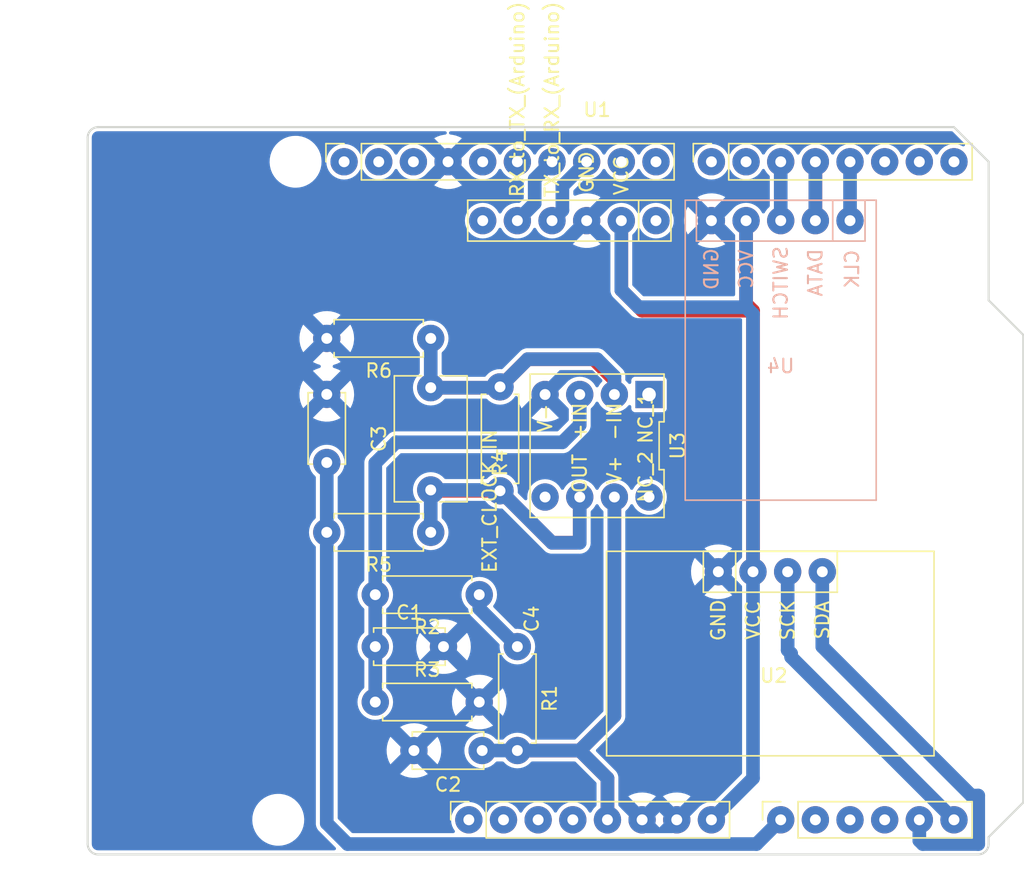
<source format=kicad_pcb>
(kicad_pcb (version 20211014) (generator pcbnew)
  (title_block (date "mar. 31 mars 2015"))
  (layers (0 "F.Cu" signal) (31 "B.Cu" signal) (34 "B.Paste" user) (35 "F.Paste" user) (36 "B.SilkS" user "B.Silkscreen") (37 "F.SilkS" user "F.Silkscreen") (38 "B.Mask" user) (39 "F.Mask" user) (44 "Edge.Cuts" user))
  (net 0 "")
  (net 1 "GND")
  (net 3 "+5V")
  (net 4 "/IOREF")
  (net 5 "Net-(R1-Pad1)")
  (net 6 "/A1")
  (net 7 "/A2")
  (net 8 "/A3")
  (net 9 "IN+")
  (net 10 "Net-(C3-Pad1)")
  (net 11 "/13")
  (net 12 "/12")
  (net 13 "/AREF")
  (net 14 "/8")
  (net 15 "/7")
  (net 16 "IN-")
  (net 17 "ADC")
  (net 18 "SCL")
  (net 19 "/2")
  (net 20 "/*6")
  (net 21 "SDA")
  (net 22 "/TX{slash}1")
  (net 23 "CLK")
  (net 24 "/RX{slash}0")
  (net 25 "+3V3")
  (net 26 "VCC")
  (net 27 "/~{RESET}")
  (net 28 "DATA")
  (net 29 "SWITCH")
  (net 31 "TX_RX")
  (net 32 "RX_TX")
  (footprint "Connector_PinSocket_2.54mm:PinSocket_1x08_P2.54mm_Vertical" (layer "F.Cu") (at 127.94 97.46 90)
    (fp_text reference "J1" hide)
    (fp_text value "Power")
    (fp_line (start 0 -1.33) (end 1.33 -1.33) (layer "F.SilkS") (width 0.12))
    (fp_line (start -1.33 1.27) (end 1.33 1.27) (layer "F.SilkS") (width 0.12))
    (fp_line (start -1.33 1.27) (end -1.33 19.11) (layer "F.SilkS") (width 0.12))
    (fp_line (start -1.33 19.11) (end 1.33 19.11) (layer "F.SilkS") (width 0.12))
    (fp_line (start 1.33 -1.33) (end 1.33 0) (layer "F.SilkS") (width 0.12))
    (fp_line (start 1.33 1.27) (end 1.33 19.11) (layer "F.SilkS") (width 0.12))
    (pad "1" thru_hole circle locked (at 0 0 90) (size 2 2) (drill 0.8) (layers *.Cu *.Mask))
    (pad "2" thru_hole circle locked (at 0 2.54 90) (size 2 2) (drill 0.8) (layers *.Cu *.Mask) (net 4 "/IOREF"))
    (pad "3" thru_hole circle locked (at 0 5.08 90) (size 2 2) (drill 0.8) (layers *.Cu *.Mask) (net 27 "/~{RESET}"))
    (pad "4" thru_hole circle locked (at 0 7.62 90) (size 2 2) (drill 0.8) (layers *.Cu *.Mask) (net 25 "+3V3"))
    (pad "5" thru_hole circle locked (at 0 10.16 90) (size 2 2) (drill 0.8) (layers *.Cu *.Mask) (net 3 "+5V"))
    (pad "6" thru_hole circle locked (at 0 12.7 90) (size 2 2) (drill 0.8) (layers *.Cu *.Mask) (net 1 "GND"))
    (pad "7" thru_hole circle locked (at 0 15.24 90) (size 2 2) (drill 0.8) (layers *.Cu *.Mask) (net 1 "GND"))
    (pad "8" thru_hole circle locked (at 0 17.78 90) (size 2 2) (drill 0.8) (layers *.Cu *.Mask) (net 26 "VCC"))
  )
  (footprint "Connector_PinSocket_2.54mm:PinSocket_1x06_P2.54mm_Vertical" (layer "F.Cu") (at 150.8 97.46 90)
    (fp_text reference "J3" hide)
    (fp_text value "Analog")
    (fp_line (start -1.33 1.27) (end -1.33 14.03) (layer "F.SilkS") (width 0.12))
    (fp_line (start 0 -1.33) (end 1.33 -1.33) (layer "F.SilkS") (width 0.12))
    (fp_line (start 1.33 1.27) (end 1.33 14.03) (layer "F.SilkS") (width 0.12))
    (fp_line (start 1.33 -1.33) (end 1.33 0) (layer "F.SilkS") (width 0.12))
    (fp_line (start -1.33 14.03) (end 1.33 14.03) (layer "F.SilkS") (width 0.12))
    (fp_line (start -1.33 1.27) (end 1.33 1.27) (layer "F.SilkS") (width 0.12))
    (pad "1" thru_hole circle locked (at 0 0 90) (size 2 2) (drill 0.8) (layers *.Cu *.Mask) (net 17 "ADC"))
    (pad "2" thru_hole circle locked (at 0 2.54 90) (size 2 2) (drill 0.8) (layers *.Cu *.Mask) (net 6 "/A1"))
    (pad "3" thru_hole circle locked (at 0 5.08 90) (size 2 2) (drill 0.8) (layers *.Cu *.Mask) (net 7 "/A2"))
    (pad "4" thru_hole circle locked (at 0 7.62 90) (size 2 2) (drill 0.8) (layers *.Cu *.Mask) (net 8 "/A3"))
    (pad "5" thru_hole circle locked (at 0 10.16 90) (size 2 2) (drill 0.8) (layers *.Cu *.Mask) (net 21 "SDA"))
    (pad "6" thru_hole circle locked (at 0 12.7 90) (size 2 2) (drill 0.8) (layers *.Cu *.Mask) (net 18 "SCL"))
  )
  (footprint "Connector_PinSocket_2.54mm:PinSocket_1x10_P2.54mm_Vertical" (layer "F.Cu") (at 118.796 49.2 90)
    (fp_text reference "J2" hide)
    (fp_text value "Digital/PWM")
    (fp_line (start -1.33 24.19) (end 1.33 24.19) (layer "F.SilkS") (width 0.12))
    (fp_line (start 1.33 -1.33) (end 1.33 0) (layer "F.SilkS") (width 0.12))
    (fp_line (start -1.33 1.27) (end 1.33 1.27) (layer "F.SilkS") (width 0.12))
    (fp_line (start 1.33 1.27) (end 1.33 24.19) (layer "F.SilkS") (width 0.12))
    (fp_line (start -1.33 1.27) (end -1.33 24.19) (layer "F.SilkS") (width 0.12))
    (fp_line (start 0 -1.33) (end 1.33 -1.33) (layer "F.SilkS") (width 0.12))
    (pad "1" thru_hole circle locked (at 0 0 90) (size 2 2) (drill 0.8) (layers *.Cu *.Mask) (net 18 "SCL"))
    (pad "2" thru_hole circle locked (at 0 2.54 90) (size 2 2) (drill 0.8) (layers *.Cu *.Mask) (net 21 "SDA"))
    (pad "3" thru_hole circle locked (at 0 5.08 90) (size 2 2) (drill 0.8) (layers *.Cu *.Mask) (net 13 "/AREF"))
    (pad "4" thru_hole circle locked (at 0 7.62 90) (size 2 2) (drill 0.8) (layers *.Cu *.Mask) (net 1 "GND"))
    (pad "5" thru_hole circle locked (at 0 10.16 90) (size 2 2) (drill 0.8) (layers *.Cu *.Mask) (net 11 "/13"))
    (pad "6" thru_hole circle locked (at 0 12.7 90) (size 2 2) (drill 0.8) (layers *.Cu *.Mask) (net 12 "/12"))
    (pad "7" thru_hole circle locked (at 0 15.24 90) (size 2 2) (drill 0.8) (layers *.Cu *.Mask) (net 32 "RX_TX"))
    (pad "8" thru_hole circle locked (at 0 17.78 90) (size 2 2) (drill 0.8) (layers *.Cu *.Mask) (net 31 "TX_RX"))
    (pad "9" thru_hole circle locked (at 0 20.32 90) (size 2 2) (drill 0.8) (layers *.Cu *.Mask) (net 15 "/7"))
    (pad "10" thru_hole circle locked (at 0 22.86 90) (size 2 2) (drill 0.8) (layers *.Cu *.Mask) (net 14 "/8"))
  )
  (footprint "Connector_PinSocket_2.54mm:PinSocket_1x08_P2.54mm_Vertical" (layer "F.Cu") (at 145.72 49.2 90)
    (fp_text reference "J4" hide)
    (fp_text value "Digital/PWM")
    (fp_line (start 1.33 -1.33) (end 1.33 0) (layer "F.SilkS") (width 0.12))
    (fp_line (start -1.33 1.27) (end -1.33 19.11) (layer "F.SilkS") (width 0.12))
    (fp_line (start -1.33 19.11) (end 1.33 19.11) (layer "F.SilkS") (width 0.12))
    (fp_line (start -1.33 1.27) (end 1.33 1.27) (layer "F.SilkS") (width 0.12))
    (fp_line (start 0 -1.33) (end 1.33 -1.33) (layer "F.SilkS") (width 0.12))
    (fp_line (start 1.33 1.27) (end 1.33 19.11) (layer "F.SilkS") (width 0.12))
    (pad "1" thru_hole circle locked (at 0 0 90) (size 2 2) (drill 0.8) (layers *.Cu *.Mask) (net 15 "/7"))
    (pad "2" thru_hole circle locked (at 0 2.54 90) (size 2 2) (drill 0.8) (layers *.Cu *.Mask) (net 20 "/*6"))
    (pad "3" thru_hole circle locked (at 0 5.08 90) (size 2 2) (drill 0.8) (layers *.Cu *.Mask) (net 29 "SWITCH"))
    (pad "4" thru_hole circle locked (at 0 7.62 90) (size 2 2) (drill 0.8) (layers *.Cu *.Mask) (net 28 "DATA"))
    (pad "5" thru_hole circle locked (at 0 10.16 90) (size 2 2) (drill 0.8) (layers *.Cu *.Mask) (net 23 "CLK"))
    (pad "6" thru_hole circle locked (at 0 12.7 90) (size 2 2) (drill 0.8) (layers *.Cu *.Mask) (net 19 "/2"))
    (pad "7" thru_hole circle locked (at 0 15.24 90) (size 2 2) (drill 0.8) (layers *.Cu *.Mask) (net 22 "/TX{slash}1"))
    (pad "8" thru_hole circle locked (at 0 17.78 90) (size 2 2) (drill 0.8) (layers *.Cu *.Mask) (net 24 "/RX{slash}0"))
  )
  (footprint "Capacitor_THT:C_Rect_L9.0mm_W5.1mm_P7.50mm_MKT" (layer "F.Cu") (at 125.146 73.27 90)
    (fp_text reference "C3" (at 3.75 -3.8 90) (layer "F.SilkS"))
    (fp_text value "1u")
    (fp_line (start 8.37 0.665) (end 8.37 2.67) (layer "F.SilkS") (width 0.12))
    (fp_line (start -0.87 -2.67) (end -0.87 -0.665) (layer "F.SilkS") (width 0.12))
    (fp_line (start -0.87 0.665) (end -0.87 2.67) (layer "F.SilkS") (width 0.12))
    (fp_line (start 8.37 -2.67) (end 8.37 -0.665) (layer "F.SilkS") (width 0.12))
    (fp_line (start -0.87 2.67) (end 8.37 2.67) (layer "F.SilkS") (width 0.12))
    (fp_line (start -0.87 -2.67) (end 8.37 -2.67) (layer "F.SilkS") (width 0.12))
    (pad "1" thru_hole circle (at 0 0 90) (size 2 2) (drill 0.8) (layers *.Cu *.Mask) (net 10 "Net-(C3-Pad1)"))
    (pad "2" thru_hole circle (at 7.5 0 90) (size 2 2) (drill 0.8) (layers *.Cu *.Mask) (net 16 "IN-"))
  )
  (footprint "Resistor_THT:R_Axial_DIN0207_L6.3mm_D2.5mm_P7.62mm_Horizontal" (layer "F.Cu") (at 125.146 62.154 180)
    (fp_text reference "R6" (at 3.81 -2.37) (layer "F.SilkS"))
    (fp_text value "1k")
    (fp_line (start 7.08 -1.37) (end 7.08 -1.04) (layer "F.SilkS") (width 0.12))
    (fp_line (start 0.54 1.37) (end 7.08 1.37) (layer "F.SilkS") (width 0.12))
    (fp_line (start 0.54 1.04) (end 0.54 1.37) (layer "F.SilkS") (width 0.12))
    (fp_line (start 7.08 1.37) (end 7.08 1.04) (layer "F.SilkS") (width 0.12))
    (fp_line (start 0.54 -1.37) (end 7.08 -1.37) (layer "F.SilkS") (width 0.12))
    (fp_line (start 0.54 -1.04) (end 0.54 -1.37) (layer "F.SilkS") (width 0.12))
    (pad "1" thru_hole circle (at 0 0 180) (size 2 2) (drill 0.8) (layers *.Cu *.Mask) (net 16 "IN-"))
    (pad "2" thru_hole circle (at 7.62 0 180) (size 2 2) (drill 0.8) (layers *.Cu *.Mask) (net 1 "GND"))
  )
  (footprint "Kicad_capteur:OLED" (layer "F.Cu") (at 150.038 79.268)
    (fp_text reference "U2" (at 0.254 7.62) (layer "F.SilkS"))
    (fp_text value "OLED")
    (fp_text user "GND" (at -3.81 3.556 90) (layer "F.SilkS"))
    (fp_text user "VCC" (at -1.27 3.556 90) (layer "F.SilkS"))
    (fp_text user "SDA" (at 3.81 3.556 90) (layer "F.SilkS"))
    (fp_text user "SCK" (at 1.27 3.556 90) (layer "F.SilkS"))
    (fp_line (start -12 -1.5) (end -12 13.5) (layer "F.SilkS") (width 0.12))
    (fp_line (start 12 -1.5) (end 12 13.5) (layer "F.SilkS") (width 0.12))
    (fp_line (start -4.91 1.5) (end -4.91 -1.5) (layer "F.SilkS") (width 0.12))
    (fp_line (start -2.54 -1.5) (end -2.54 1.5) (layer "F.SilkS") (width 0.12))
    (fp_line (start 4.91 1.5) (end -4.91 1.5) (layer "F.SilkS") (width 0.12))
    (fp_line (start 4.91 -1.5) (end 4.91 1.5) (layer "F.SilkS") (width 0.12))
    (fp_line (start -4.91 -1.5) (end 4.91 -1.5) (layer "F.SilkS") (width 0.12))
    (fp_line (start -12 13.5) (end 12 13.5) (layer "F.SilkS") (width 0.12))
    (fp_line (start -12 -1.5) (end 12 -1.5) (layer "F.SilkS") (width 0.12))
    (pad "1" thru_hole circle (at -3.81 0) (size 2 2) (drill 0.8) (layers *.Cu *.Mask) (net 1 "GND"))
    (pad "2" thru_hole circle (at -1.27 0) (size 2 2) (drill 0.8) (layers *.Cu *.Mask) (net 26 "VCC"))
    (pad "3" thru_hole circle (at 1.27 0) (size 2 2) (drill 0.8) (layers *.Cu *.Mask) (net 18 "SCL"))
    (pad "4" thru_hole circle (at 3.81 0) (size 2 2) (drill 0.8) (layers *.Cu *.Mask) (net 21 "SDA"))
  )
  (footprint "Resistor_THT:R_Axial_DIN0207_L6.3mm_D2.5mm_P7.62mm_Horizontal" (layer "F.Cu") (at 128.702 80.95 180)
    (fp_text reference "R2" (at 3.81 -2.37) (layer "F.SilkS"))
    (fp_text value "10k")
    (fp_line (start 0.54 -1.04) (end 0.54 -1.37) (layer "F.SilkS") (width 0.12))
    (fp_line (start 0.54 1.04) (end 0.54 1.37) (layer "F.SilkS") (width 0.12))
    (fp_line (start 7.08 1.37) (end 7.08 1.04) (layer "F.SilkS") (width 0.12))
    (fp_line (start 0.54 -1.37) (end 7.08 -1.37) (layer "F.SilkS") (width 0.12))
    (fp_line (start 7.08 -1.37) (end 7.08 -1.04) (layer "F.SilkS") (width 0.12))
    (fp_line (start 0.54 1.37) (end 7.08 1.37) (layer "F.SilkS") (width 0.12))
    (pad "1" thru_hole circle (at 0 0 180) (size 2 2) (drill 0.8) (layers *.Cu *.Mask) (net 5 "Net-(R1-Pad1)"))
    (pad "2" thru_hole circle (at 7.62 0 180) (size 2 2) (drill 0.8) (layers *.Cu *.Mask) (net 9 "IN+"))
  )
  (footprint "Resistor_THT:R_Axial_DIN0207_L6.3mm_D2.5mm_P7.62mm_Horizontal" (layer "F.Cu") (at 121.082 88.824)
    (fp_text reference "R3" (at 3.81 -2.37) (layer "F.SilkS"))
    (fp_text value "100k")
    (fp_line (start 0.54 -1.37) (end 7.08 -1.37) (layer "F.SilkS") (width 0.12))
    (fp_line (start 0.54 -1.04) (end 0.54 -1.37) (layer "F.SilkS") (width 0.12))
    (fp_line (start 0.54 1.04) (end 0.54 1.37) (layer "F.SilkS") (width 0.12))
    (fp_line (start 7.08 1.37) (end 7.08 1.04) (layer "F.SilkS") (width 0.12))
    (fp_line (start 7.08 -1.37) (end 7.08 -1.04) (layer "F.SilkS") (width 0.12))
    (fp_line (start 0.54 1.37) (end 7.08 1.37) (layer "F.SilkS") (width 0.12))
    (pad "1" thru_hole circle (at 0 0) (size 2 2) (drill 0.8) (layers *.Cu *.Mask) (net 9 "IN+"))
    (pad "2" thru_hole circle (at 7.62 0) (size 2 2) (drill 0.8) (layers *.Cu *.Mask) (net 1 "GND"))
  )
  (footprint "Arduino_MountingHole:MountingHole_3.2mm" (layer "F.Cu") (at 115.24 49.2)
    (fp_text reference "MH1" hide)
    (fp_text value "MountingHole_3.2mm" hide)
    (pad "" np_thru_hole circle locked (at 0 0) (size 3.2 3.2) (drill 3.2) (layers *.Cu *.Mask))
  )
  (footprint "Kicad_capteur:BLUETOOTH_HC05" (layer "F.Cu") (at 135.306 53.518 180)
    (fp_text reference "U1" (at -2.032 8.128) (layer "F.SilkS"))
    (fp_text value "Bluetooth")
    (fp_text user "VCC" (at -3.81 3.302 90) (layer "F.SilkS"))
    (fp_text user "GND" (at -1.27 3.556 90) (layer "F.SilkS"))
    (fp_text user "RX_to_TX_(Arduino)" (at 3.81 8.89 90) (layer "F.SilkS"))
    (fp_text user "TX_to_RX_(Arduino)" (at 1.27 8.89 90) (layer "F.SilkS"))
    (fp_line (start -7.45 1.5) (end -7.45 -1.5) (layer "F.SilkS") (width 0.12))
    (fp_line (start -5.08 -1.5) (end -5.08 1.5) (layer "F.SilkS") (width 0.12))
    (fp_line (start -7.45 -1.5) (end 7.45 -1.5) (layer "F.SilkS") (width 0.12))
    (fp_line (start 7.45 1.5) (end -7.45 1.5) (layer "F.SilkS") (width 0.12))
    (fp_line (start 7.45 -1.5) (end 7.45 1.5) (layer "F.SilkS") (width 0.12))
    (pad "1" thru_hole circle (at -6.35 0 180) (size 2 2) (drill 0.8) (layers *.Cu *.Mask))
    (pad "2" thru_hole circle (at -3.81 0 180) (size 2 2) (drill 0.8) (layers *.Cu *.Mask) (net 26 "VCC"))
    (pad "3" thru_hole circle (at -1.27 0 180) (size 2 2) (drill 0.8) (layers *.Cu *.Mask) (net 1 "GND"))
    (pad "4" thru_hole circle (at 1.27 0 180) (size 2 2) (drill 0.8) (layers *.Cu *.Mask) (net 31 "TX_RX"))
    (pad "5" thru_hole circle (at 3.81 0 180) (size 2 2) (drill 0.8) (layers *.Cu *.Mask) (net 32 "RX_TX"))
    (pad "6" thru_hole circle (at 6.35 0 180) (size 2 2) (drill 0.8) (layers *.Cu *.Mask))
  )
  (footprint "Capacitor_THT:C_Disc_D5.0mm_W2.5mm_P5.00mm" (layer "F.Cu") (at 117.526 71.258 90)
    (fp_text reference "C4" (at -11.47 15.026 90) (layer "F.SilkS"))
    (fp_text value "100n")
    (fp_line (start -0.12 -1.37) (end -0.12 -1.055) (layer "F.SilkS") (width 0.12))
    (fp_line (start 5.12 1.055) (end 5.12 1.37) (layer "F.SilkS") (width 0.12))
    (fp_line (start -0.12 1.37) (end 5.12 1.37) (layer "F.SilkS") (width 0.12))
    (fp_line (start -0.12 1.055) (end -0.12 1.37) (layer "F.SilkS") (width 0.12))
    (fp_line (start 5.12 -1.37) (end 5.12 -1.055) (layer "F.SilkS") (width 0.12))
    (fp_line (start -0.12 -1.37) (end 5.12 -1.37) (layer "F.SilkS") (width 0.12))
    (pad "1" thru_hole circle (at 0 0 90) (size 2 2) (drill 0.8) (layers *.Cu *.Mask) (net 17 "ADC"))
    (pad "2" thru_hole circle (at 5 0 90) (size 2 2) (drill 0.8) (layers *.Cu *.Mask) (net 1 "GND"))
  )
  (footprint "Resistor_THT:R_Axial_DIN0207_L6.3mm_D2.5mm_P7.62mm_Horizontal" (layer "F.Cu") (at 125.146 76.378 180)
    (fp_text reference "R5" (at 3.81 -2.37) (layer "F.SilkS"))
    (fp_text value "1k")
    (fp_line (start 0.54 -1.37) (end 7.08 -1.37) (layer "F.SilkS") (width 0.12))
    (fp_line (start 0.54 -1.04) (end 0.54 -1.37) (layer "F.SilkS") (width 0.12))
    (fp_line (start 0.54 1.37) (end 7.08 1.37) (layer "F.SilkS") (width 0.12))
    (fp_line (start 7.08 1.37) (end 7.08 1.04) (layer "F.SilkS") (width 0.12))
    (fp_line (start 0.54 1.04) (end 0.54 1.37) (layer "F.SilkS") (width 0.12))
    (fp_line (start 7.08 -1.37) (end 7.08 -1.04) (layer "F.SilkS") (width 0.12))
    (pad "1" thru_hole circle (at 0 0 180) (size 2 2) (drill 0.8) (layers *.Cu *.Mask) (net 10 "Net-(C3-Pad1)"))
    (pad "2" thru_hole circle (at 7.62 0 180) (size 2 2) (drill 0.8) (layers *.Cu *.Mask) (net 17 "ADC"))
  )
  (footprint "Resistor_THT:R_Axial_DIN0207_L6.3mm_D2.5mm_P7.62mm_Horizontal" (layer "F.Cu") (at 131.496 84.76 -90)
    (fp_text reference "R1" (at 3.81 -2.37 90) (layer "F.SilkS"))
    (fp_text value "10k")
    (fp_line (start 7.08 -1.37) (end 7.08 -1.04) (layer "F.SilkS") (width 0.12))
    (fp_line (start 0.54 1.04) (end 0.54 1.37) (layer "F.SilkS") (width 0.12))
    (fp_line (start 0.54 -1.04) (end 0.54 -1.37) (layer "F.SilkS") (width 0.12))
    (fp_line (start 0.54 1.37) (end 7.08 1.37) (layer "F.SilkS") (width 0.12))
    (fp_line (start 7.08 1.37) (end 7.08 1.04) (layer "F.SilkS") (width 0.12))
    (fp_line (start 0.54 -1.37) (end 7.08 -1.37) (layer "F.SilkS") (width 0.12))
    (pad "1" thru_hole circle (at 0 0 270) (size 2 2) (drill 0.8) (layers *.Cu *.Mask) (net 5 "Net-(R1-Pad1)"))
    (pad "2" thru_hole circle (at 7.62 0 270) (size 2 2) (drill 0.8) (layers *.Cu *.Mask) (net 3 "+5V"))
  )
  (footprint "Kicad_capteur:LTC1050" (layer "F.Cu") (at 137.338 70.028 180)
    (fp_text reference "U3" (at -5.91 0 90) (layer "F.SilkS"))
    (fp_text value "LTC1050")
    (fp_text user "V+" (at -1.27 -1.778 90) (layer "F.SilkS"))
    (fp_text user "EXT_CLOCK_IN" (at 7.874 -4.064 90) (layer "F.SilkS"))
    (fp_text user "V-" (at 3.81 2.032 90) (layer "F.SilkS"))
    (fp_text user "NC_2" (at -3.556 -2.286 90) (layer "F.SilkS"))
    (fp_text user "+IN" (at 1.27 1.778 90) (layer "F.SilkS"))
    (fp_text user "-IN" (at -1.27 1.778 90) (layer "F.SilkS"))
    (fp_text user "NC_1" (at -3.556 2.032 90) (layer "F.SilkS"))
    (fp_text user "OUT" (at 1.27 -2.032 90) (layer "F.SilkS"))
    (fp_line (start -4.55 1.753333) (end -4.91 1.753333) (layer "F.SilkS") (width 0.12))
    (fp_line (start -4.55 -1.753333) (end -4.55 1.753333) (layer "F.SilkS") (width 0.12))
    (fp_line (start -4.91 1.753333) (end -4.91 5.26) (layer "F.SilkS") (width 0.12))
    (fp_line (start 4.91 -5.26) (end -4.91 -5.26) (layer "F.SilkS") (width 0.12))
    (fp_line (start -4.91 5.26) (end 4.91 5.26) (layer "F.SilkS") (width 0.12))
    (fp_line (start -4.91 -1.753333) (end -4.55 -1.753333) (layer "F.SilkS") (width 0.12))
    (fp_line (start -4.91 -5.26) (end -4.91 -1.753333) (layer "F.SilkS") (width 0.12))
    (fp_line (start 4.91 5.26) (end 4.91 -5.26) (layer "F.SilkS") (width 0.12))
    (pad "1" thru_hole rect (at -3.81 3.76 180) (size 2 2) (drill 1) (layers *.Cu *.Mask))
    (pad "2" thru_hole circle (at -1.27 3.76 180) (size 2 2) (drill 0.8) (layers *.Cu *.Mask) (net 16 "IN-"))
    (pad "3" thru_hole circle (at 1.27 3.76 180) (size 2 2) (drill 0.8) (layers *.Cu *.Mask) (net 9 "IN+"))
    (pad "4" thru_hole circle (at 3.81 3.76 180) (size 2 2) (drill 0.8) (layers *.Cu *.Mask) (net 1 "GND"))
    (pad "5" thru_hole circle (at 3.81 -3.76 180) (size 2 2) (drill 0.8) (layers *.Cu *.Mask))
    (pad "6" thru_hole circle (at 1.27 -3.76 180) (size 2 2) (drill 0.8) (layers *.Cu *.Mask) (net 10 "Net-(C3-Pad1)"))
    (pad "7" thru_hole circle (at -1.27 -3.76 180) (size 2 2) (drill 0.8) (layers *.Cu *.Mask) (net 3 "+5V"))
    (pad "8" thru_hole circle (at -3.81 -3.76 180) (size 2 2) (drill 0.8) (layers *.Cu *.Mask))
  )
  (footprint "Capacitor_THT:C_Disc_D5.0mm_W2.5mm_P5.00mm" (layer "F.Cu") (at 128.916 92.38 180)
    (fp_text reference "C2" (at 2.5 -2.5) (layer "F.SilkS"))
    (fp_text value "100n")
    (fp_line (start -0.12 -1.37) (end 5.12 -1.37) (layer "F.SilkS") (width 0.12))
    (fp_line (start -0.12 1.37) (end 5.12 1.37) (layer "F.SilkS") (width 0.12))
    (fp_line (start -0.12 1.055) (end -0.12 1.37) (layer "F.SilkS") (width 0.12))
    (fp_line (start -0.12 -1.37) (end -0.12 -1.055) (layer "F.SilkS") (width 0.12))
    (fp_line (start 5.12 1.055) (end 5.12 1.37) (layer "F.SilkS") (width 0.12))
    (fp_line (start 5.12 -1.37) (end 5.12 -1.055) (layer "F.SilkS") (width 0.12))
    (pad "1" thru_hole circle (at 0 0 180) (size 2 2) (drill 0.8) (layers *.Cu *.Mask) (net 3 "+5V"))
    (pad "2" thru_hole circle (at 5 0 180) (size 2 2) (drill 0.8) (layers *.Cu *.Mask) (net 1 "GND"))
  )
  (footprint "Capacitor_THT:C_Disc_D5.0mm_W2.5mm_P5.00mm" (layer "F.Cu") (at 121.082 84.76)
    (fp_text reference "C1" (at 2.5 -2.5) (layer "F.SilkS"))
    (fp_text value "100n")
    (fp_line (start -0.12 -1.37) (end -0.12 -1.055) (layer "F.SilkS") (width 0.12))
    (fp_line (start -0.12 1.055) (end -0.12 1.37) (layer "F.SilkS") (width 0.12))
    (fp_line (start 5.12 1.055) (end 5.12 1.37) (layer "F.SilkS") (width 0.12))
    (fp_line (start 5.12 -1.37) (end 5.12 -1.055) (layer "F.SilkS") (width 0.12))
    (fp_line (start -0.12 1.37) (end 5.12 1.37) (layer "F.SilkS") (width 0.12))
    (fp_line (start -0.12 -1.37) (end 5.12 -1.37) (layer "F.SilkS") (width 0.12))
    (pad "1" thru_hole circle (at 0 0) (size 2 2) (drill 0.8) (layers *.Cu *.Mask) (net 9 "IN+"))
    (pad "2" thru_hole circle (at 5 0) (size 2 2) (drill 0.8) (layers *.Cu *.Mask) (net 1 "GND"))
  )
  (footprint "Arduino_MountingHole:MountingHole_3.2mm" (layer "F.Cu") (at 113.97 97.46)
    (fp_text reference "MH2" hide)
    (fp_text value "MountingHole_3.2mm" hide)
    (pad "" np_thru_hole circle locked (at 0 0) (size 3.2 3.2) (drill 3.2) (layers *.Cu *.Mask))
  )
  (footprint "Arduino_MountingHole:MountingHole_3.2mm" (layer "F.Cu") (at 166.04 64.44)
    (fp_text reference "MH3" hide)
    (fp_text value "MountingHole_3.2mm" hide)
    (pad "" np_thru_hole circle locked (at 0 0) (size 3.2 3.2) (drill 3.2) (layers *.Cu *.Mask))
  )
  (footprint "Arduino_MountingHole:MountingHole_3.2mm" (layer "F.Cu") (at 166.04 92.38)
    (fp_text reference "MH4" hide)
    (fp_text value "MountingHole_3.2mm" hide)
    (pad "" np_thru_hole circle locked (at 0 0) (size 3.2 3.2) (drill 3.2) (layers *.Cu *.Mask))
  )
  (footprint "Resistor_THT:R_Axial_DIN0207_L6.3mm_D2.5mm_P7.62mm_Horizontal" (layer "F.Cu") (at 130.226 73.33 90)
    (fp_text reference "R4" (at 2.032 0 90) (layer "F.SilkS"))
    (fp_text value "100k")
    (fp_line (start 0.54 1.37) (end 7.08 1.37) (layer "F.SilkS") (width 0.12))
    (fp_line (start 0.54 1.04) (end 0.54 1.37) (layer "F.SilkS") (width 0.12))
    (fp_line (start 0.54 -1.04) (end 0.54 -1.37) (layer "F.SilkS") (width 0.12))
    (fp_line (start 7.08 -1.37) (end 7.08 -1.04) (layer "F.SilkS") (width 0.12))
    (fp_line (start 0.54 -1.37) (end 7.08 -1.37) (layer "F.SilkS") (width 0.12))
    (fp_line (start 7.08 1.37) (end 7.08 1.04) (layer "F.SilkS") (width 0.12))
    (pad "1" thru_hole circle (at 0 0 90) (size 2 2) (drill 0.8) (layers *.Cu *.Mask) (net 10 "Net-(C3-Pad1)"))
    (pad "2" thru_hole circle (at 7.62 0 90) (size 2 2) (drill 0.8) (layers *.Cu *.Mask) (net 16 "IN-"))
  )
  (footprint "Kicad_capteur:KY_040" (layer "B.Cu") (at 150.8 53.518 180)
    (fp_text reference "U4" (at 0 -10.668) (layer "B.SilkS") (effects (justify mirror)))
    (fp_text value "Encodeur_rotatoire")
    (fp_text user "SWITCH" (at 0 -4.572 90) (layer "B.SilkS") (effects (justify mirror)))
    (fp_text user "GND" (at 5.08 -3.556 90) (layer "B.SilkS") (effects (justify mirror)))
    (fp_text user "DATA" (at -2.54 -3.81 90) (layer "B.SilkS") (effects (justify mirror)))
    (fp_text user "CLK" (at -5.225051 -3.556 90) (layer "B.SilkS") (effects (justify mirror)))
    (fp_text user "VCC" (at 2.54 -3.556 90) (layer "B.SilkS") (effects (justify mirror)))
    (fp_line (start -6.18 1.5) (end 6.18 1.5) (layer "B.SilkS") (width 0.12))
    (fp_line (start -6.18 -1.5) (end -6.18 1.5) (layer "B.SilkS") (width 0.12))
    (fp_line (start -7 1.5) (end 7 1.5) (layer "B.SilkS") (width 0.12))
    (fp_line (start 6.18 1.5) (end 6.18 -1.5) (layer "B.SilkS") (width 0.12))
    (fp_line (start 6.18 -1.5) (end -6.18 -1.5) (layer "B.SilkS") (width 0.12))
    (fp_line (start -3.81 1.5) (end -3.81 -1.5) (layer "B.SilkS") (width 0.12))
    (fp_line (start -7 -20.5) (end 7 -20.5) (layer "B.SilkS") (width 0.12))
    (fp_line (start -7 1.5) (end -7 -20.5) (layer "B.SilkS") (width 0.12))
    (fp_line (start 7 1.5) (end 7 -20.5) (layer "B.SilkS") (width 0.12))
    (pad "1" thru_hole circle (at -5.08 0 180) (size 2 2) (drill 0.8) (layers *.Cu *.Mask) (net 23 "CLK"))
    (pad "2" thru_hole circle (at -2.54 0 180) (size 2 2) (drill 0.8) (layers *.Cu *.Mask) (net 28 "DATA"))
    (pad "3" thru_hole circle (at 0 0 180) (size 2 2) (drill 0.8) (layers *.Cu *.Mask) (net 29 "SWITCH"))
    (pad "4" thru_hole circle (at 2.54 0 180) (size 2 2) (drill 0.8) (layers *.Cu *.Mask) (net 26 "VCC"))
    (pad "5" thru_hole circle (at 5.08 0 180) (size 2 2) (drill 0.8) (layers *.Cu *.Mask) (net 1 "GND"))
  )
  (gr_line (start 166.04 59.36) (end 168.58 61.9) (layer "Edge.Cuts") (width 0.15))
  (gr_line (start 100 99.238) (end 100 47.422) (layer "Edge.Cuts") (width 0.15))
  (gr_line (start 168.58 61.9) (end 168.58 96.19) (layer "Edge.Cuts") (width 0.15))
  (gr_line (start 165.278 100) (end 100.762 100) (layer "Edge.Cuts") (width 0.15))
  (gr_line (start 100.762 46.66) (end 163.5 46.66) (layer "Edge.Cuts") (width 0.15))
  (gr_arc (start 100.762 100) (mid 100.223185 99.776815) (end 100 99.238) (layer "Edge.Cuts") (width 0.15))
  (gr_line (start 168.58 96.19) (end 166.04 98.73) (layer "Edge.Cuts") (width 0.15))
  (gr_line (start 163.5 46.66) (end 166.04 49.2) (layer "Edge.Cuts") (width 0.15))
  (gr_arc (start 166.04 99.238) (mid 165.816815 99.776815) (end 165.278 100) (layer "Edge.Cuts") (width 0.15))
  (gr_line (start 166.04 49.2) (end 166.04 59.36) (layer "Edge.Cuts") (width 0.15))
  (gr_line (start 166.04 98.73) (end 166.04 99.238) (layer "Edge.Cuts") (width 0.15))
  (gr_arc (start 100 47.422) (mid 100.223185 46.883185) (end 100.762 46.66) (layer "Edge.Cuts") (width 0.15))
  (segment (start 138.608 89.84) (end 136.068 92.38) (width 1) (layer "F.Cu") (net 3))
  (segment (start 138.608 73.788) (end 138.608 89.84) (width 1) (layer "F.Cu") (net 3))
  (segment (start 138.1 94.412) (end 138.1 97.46) (width 1) (layer "F.Cu") (net 3))
  (segment (start 131.496 92.38) (end 136.068 92.38) (width 1) (layer "F.Cu") (net 3))
  (segment (start 136.068 92.38) (end 138.1 94.412) (width 1) (layer "F.Cu") (net 3))
  (segment (start 138.1 94.412) (end 138.1 97.46) (width 1) (layer "B.Cu") (net 3))
  (segment (start 128.916 92.38) (end 131.496 92.38) (width 1) (layer "B.Cu") (net 3))
  (segment (start 138.608 73.788) (end 138.608 89.84) (width 1) (layer "B.Cu") (net 3))
  (segment (start 138.608 89.84) (end 136.068 92.38) (width 1) (layer "B.Cu") (net 3))
  (segment (start 136.068 92.38) (end 138.1 94.412) (width 1) (layer "B.Cu") (net 3))
  (segment (start 136.068 92.38) (end 131.496 92.38) (width 1) (layer "B.Cu") (net 3))
  (segment (start 128.702 80.95) (end 128.702 81.966) (width 1) (layer "B.Cu") (net 5))
  (segment (start 128.702 81.966) (end 131.496 84.76) (width 1) (layer "B.Cu") (net 5))
  (segment (start 121.082 88.824) (end 121.082 80.95) (width 1) (layer "F.Cu") (net 9))
  (segment (start 136.068 66.98) (end 136.068 65.76) (width 0.4) (layer "F.Cu") (net 9))
  (segment (start 121.082 84.76) (end 121.082 88.824) (width 1) (layer "B.Cu") (net 9))
  (segment (start 136.068 66.268) (end 136.068 68.504) (width 1) (layer "B.Cu") (net 9))
  (segment (start 134.798 69.774) (end 122.606 69.774) (width 1) (layer "B.Cu") (net 9))
  (segment (start 121.082 80.95) (end 121.082 84.76) (width 1) (layer "B.Cu") (net 9))
  (segment (start 136.068 68.504) (end 134.798 69.774) (width 1) (layer "B.Cu") (net 9))
  (segment (start 122.606 69.774) (end 121.082 71.298) (width 1) (layer "B.Cu") (net 9))
  (segment (start 121.082 71.298) (end 121.082 80.95) (width 1) (layer "B.Cu") (net 9))
  (segment (start 134.036 77.14) (end 135.814 77.14) (width 1) (layer "F.Cu") (net 10))
  (segment (start 135.814 77.14) (end 136.068 76.886) (width 0.4) (layer "F.Cu") (net 10))
  (segment (start 130.226 73.33) (end 134.036 77.14) (width 1) (layer "F.Cu") (net 10))
  (segment (start 136.068 76.886) (end 136.068 73.28) (width 1) (layer "F.Cu") (net 10))
  (segment (start 130.226 73.33) (end 125.206 73.33) (width 1) (layer "F.Cu") (net 10))
  (segment (start 125.206 73.33) (end 125.146 73.27) (width 0.4) (layer "F.Cu") (net 10))
  (segment (start 130.226 73.33) (end 134.036 77.14) (width 1) (layer "B.Cu") (net 10))
  (segment (start 130.166 73.27) (end 130.226 73.33) (width 0.4) (layer "B.Cu") (net 10))
  (segment (start 125.146 76.378) (end 125.146 73.27) (width 1) (layer "B.Cu") (net 10))
  (segment (start 125.146 73.27) (end 130.166 73.27) (width 1) (layer "B.Cu") (net 10))
  (segment (start 136.068 77.14) (end 136.068 73.788) (width 1) (layer "B.Cu") (net 10))
  (segment (start 134.036 77.14) (end 136.068 77.14) (width 1) (layer "B.Cu") (net 10))
  (segment (start 125.146 65.77) (end 130.166 65.77) (width 1) (layer "F.Cu") (net 16))
  (segment (start 130.166 65.77) (end 130.226 65.71) (width 0.4) (layer "F.Cu") (net 16))
  (segment (start 137.084 63.678) (end 138.608 65.202) (width 1) (layer "F.Cu") (net 16))
  (segment (start 130.226 65.71) (end 132.258 63.678) (width 1) (layer "F.Cu") (net 16))
  (segment (start 132.258 63.678) (end 137.084 63.678) (width 1) (layer "F.Cu") (net 16))
  (segment (start 138.608 65.202) (end 138.608 65.76) (width 1) (layer "F.Cu") (net 16))
  (segment (start 130.226 65.71) (end 132.258 63.678) (width 1) (layer "B.Cu") (net 16))
  (segment (start 130.166 65.77) (end 130.226 65.71) (width 1) (layer "B.Cu") (net 16))
  (segment (start 138.608 64.948) (end 138.608 66.268) (width 1) (layer "B.Cu") (net 16))
  (segment (start 125.146 65.77) (end 130.166 65.77) (width 1) (layer "B.Cu") (net 16))
  (segment (start 137.338 63.678) (end 138.608 64.948) (width 1) (layer "B.Cu") (net 16))
  (segment (start 125.146 62.154) (end 125.146 65.77) (width 1) (layer "B.Cu") (net 16))
  (segment (start 132.258 63.678) (end 137.338 63.678) (width 1) (layer "B.Cu") (net 16))
  (segment (start 150.8 97.46) (end 149.022 99.238) (width 1) (layer "B.Cu") (net 17))
  (segment (start 117.526 71.258) (end 117.526 76.378) (width 1) (layer "B.Cu") (net 17))
  (segment (start 149.022 99.238) (end 119.05 99.238) (width 1) (layer "B.Cu") (net 17))
  (segment (start 119.05 99.238) (end 117.526 97.714) (width 1) (layer "B.Cu") (net 17))
  (segment (start 117.526 97.714) (end 117.526 76.378) (width 1) (layer "B.Cu") (net 17))
  (segment (start 151.562 85.268) (end 151.308 85.014) (width 1) (layer "B.Cu") (net 18))
  (segment (start 151.562 85.522) (end 151.562 85.268) (width 1) (layer "B.Cu") (net 18))
  (segment (start 151.308 85.014) (end 151.308 79.268) (width 1) (layer "B.Cu") (net 18))
  (segment (start 163.5 97.46) (end 151.562 85.522) (width 1) (layer "B.Cu") (net 18))
  (segment (start 160.96 98.984) (end 160.96 97.46) (width 1) (layer "B.Cu") (net 21))
  (segment (start 164.77 95.682) (end 165.278 95.682) (width 1) (layer "B.Cu") (net 21))
  (segment (start 165.278 99.238) (end 161.214 99.238) (width 1) (layer "B.Cu") (net 21))
  (segment (start 161.214 99.238) (end 160.96 98.984) (width 1) (layer "B.Cu") (net 21))
  (segment (start 165.278 95.682) (end 165.278 99.238) (width 1) (layer "B.Cu") (net 21))
  (segment (start 153.848 79.268) (end 153.848 84.76) (width 1) (layer "B.Cu") (net 21))
  (segment (start 153.848 84.76) (end 164.77 95.682) (width 1) (layer "B.Cu") (net 21))
  (segment (start 155.88 49.2) (end 155.88 53.518) (width 1) (layer "B.Cu") (net 23))
  (segment (start 148.26 59.614) (end 148.768 60.122) (width 1) (layer "F.Cu") (net 26))
  (segment (start 139.116 58.598) (end 140.64 60.122) (width 1) (layer "F.Cu") (net 26))
  (segment (start 140.64 60.122) (end 148.768 60.122) (width 1) (layer "F.Cu") (net 26))
  (segment (start 139.116 53.518) (end 139.116 58.598) (width 1) (layer "F.Cu") (net 26))
  (segment (start 148.26 53.518) (end 148.26 59.614) (width 1) (layer "F.Cu") (net 26))
  (segment (start 148.768 60.122) (end 148.768 79.268) (width 1) (layer "F.Cu") (net 26))
  (segment (start 148.768 79.268) (end 148.768 94.412) (width 1) (layer "B.Cu") (net 26))
  (segment (start 139.116 53.518) (end 139.116 58.598) (width 1) (layer "B.Cu") (net 26))
  (segment (start 148.768 94.412) (end 145.72 97.46) (width 1) (layer "B.Cu") (net 26))
  (segment (start 139.116 58.598) (end 140.386 59.868) (width 1) (layer "B.Cu") (net 26))
  (segment (start 140.386 59.868) (end 148.26 59.868) (width 1) (layer "B.Cu") (net 26))
  (segment (start 148.26 59.868) (end 148.26 53.518) (width 1) (layer "B.Cu") (net 26))
  (segment (start 148.768 60.376) (end 148.768 79.268) (width 1) (layer "B.Cu") (net 26))
  (segment (start 148.26 59.868) (end 148.768 60.376) (width 1) (layer "B.Cu") (net 26))
  (segment (start 153.34 49.2) (end 153.34 53.924) (width 1) (layer "F.Cu") (net 28))
  (segment (start 153.34 49.2) (end 153.34 53.518) (width 1) (layer "B.Cu") (net 28))
  (segment (start 150.8 49.2) (end 150.8 53.518) (width 1) (layer "B.Cu") (net 29))
  (segment (start 134.036 53.518) (end 134.798 52.756) (width 1) (layer "B.Cu") (net 31))
  (segment (start 134.798 52.756) (end 134.798 50.978) (width 1) (layer "B.Cu") (net 31))
  (segment (start 134.798 50.978) (end 136.576 49.2) (width 1) (layer "B.Cu") (net 31))
  (segment (start 132.766 50.47) (end 134.036 49.2) (width 1) (layer "B.Cu") (net 32))
  (segment (start 132.766 52.248) (end 132.766 50.47) (width 1) (layer "B.Cu") (net 32))
  (segment (start 131.496 53.518) (end 132.766 52.248) (width 1) (layer "B.Cu") (net 32))
  (zone (net 1) (net_name "GND") (layer "B.Cu") (connect_pads (clearance 0.3)) (min_thickness 0.25) (fill yes (thermal_gap 1) (thermal_bridge_width 1))
    (polygon (pts (xy 166.04 49.2) (xy 166.04 59.36) (xy 168.58 61.9) (xy 168.58 96.19) (xy 166.04 98.73) (xy 166.04 100) (xy 100 100) (xy 100 46.66) (xy 163.5 46.66)))
  )
)
</source>
